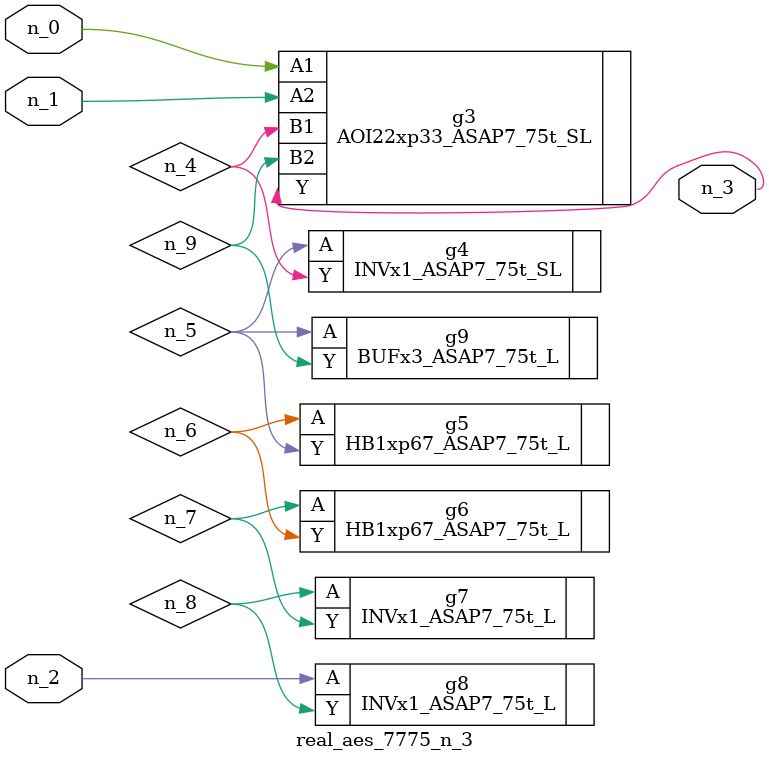
<source format=v>
module real_aes_7775_n_3 (n_0, n_2, n_1, n_3);
input n_0;
input n_2;
input n_1;
output n_3;
wire n_4;
wire n_5;
wire n_7;
wire n_9;
wire n_6;
wire n_8;
AOI22xp33_ASAP7_75t_SL g3 ( .A1(n_0), .A2(n_1), .B1(n_4), .B2(n_9), .Y(n_3) );
INVx1_ASAP7_75t_L g8 ( .A(n_2), .Y(n_8) );
INVx1_ASAP7_75t_SL g4 ( .A(n_5), .Y(n_4) );
BUFx3_ASAP7_75t_L g9 ( .A(n_5), .Y(n_9) );
HB1xp67_ASAP7_75t_L g5 ( .A(n_6), .Y(n_5) );
HB1xp67_ASAP7_75t_L g6 ( .A(n_7), .Y(n_6) );
INVx1_ASAP7_75t_L g7 ( .A(n_8), .Y(n_7) );
endmodule
</source>
